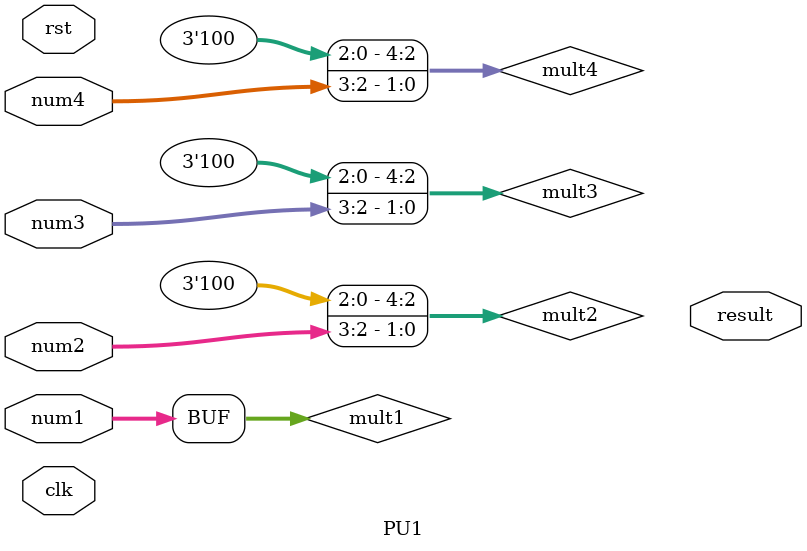
<source format=v>
module PU1 #(parameter XLEN = 5) (
    input clk, rst,
    input [XLEN - 1:0] num1, num2, num3, num4,

    output [XLEN - 1:0] result
);

    wire [XLEN - 1:0] mult1, mult2, mult3, mult4, 
                      R1Out, R2Out, R3Out, R4Out, 
                      add1, add2, add3;

    assign mult1 = num1;
    assign mult2 = {3'b100, num2[XLEN - 2: XLEN - 3]};
    assign mult3 = {3'b100, num3[XLEN - 2: XLEN - 3]};
    assign mult4 = {3'b100, num4[XLEN - 2: XLEN - 3]};

endmodule
</source>
